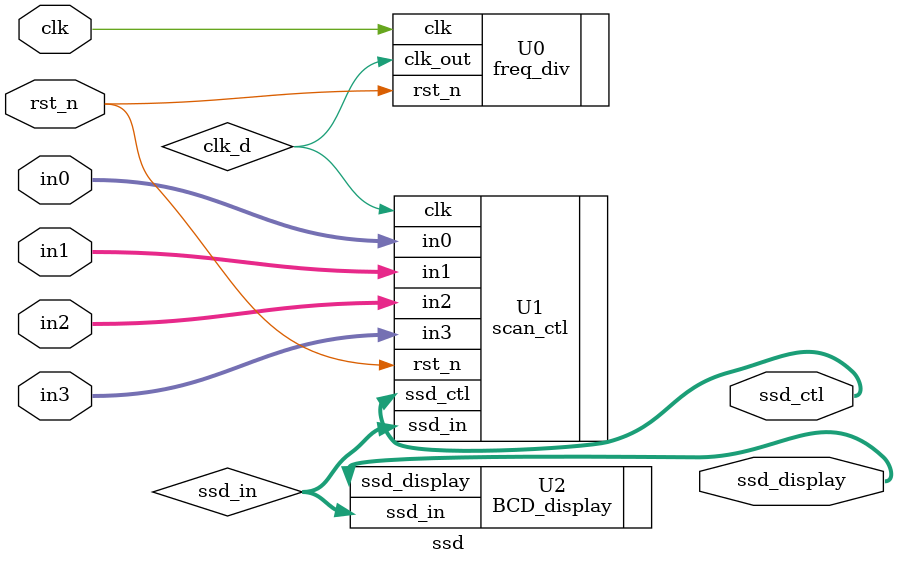
<source format=v>
`timescale 1ns / 1ps


module ssd(
    input clk,
    input rst_n,
    input [3:0] in3,
    input [3:0] in2,
    input [3:0] in1,
    input [3:0] in0,
    output [3:0] ssd_ctl,
    output [7:0] ssd_display
    );
    wire clk_d;
    wire [3:0] ssd_in;
    
    freq_div U0(
        .clk(clk),
        .rst_n(rst_n),
        .clk_out(clk_d)
    );
    scan_ctl U1(
        .clk(clk_d),
        .rst_n(rst_n),
        .in3(in3),
        .in2(in2),
        .in1(in1),
        .in0(in0),
        .ssd_in(ssd_in),
        .ssd_ctl(ssd_ctl)
    );
    BCD_display U2(
        .ssd_in(ssd_in),
        .ssd_display(ssd_display)
    );
    
endmodule

</source>
